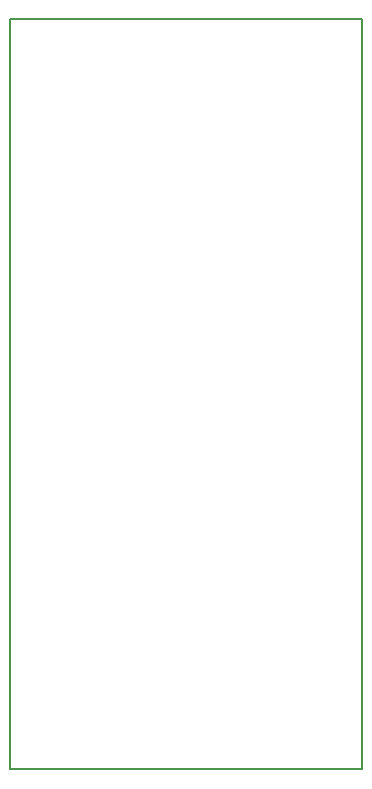
<source format=gbr>
G04 #@! TF.FileFunction,Profile,NP*
%FSLAX46Y46*%
G04 Gerber Fmt 4.6, Leading zero omitted, Abs format (unit mm)*
G04 Created by KiCad (PCBNEW 4.0.7) date Thursday, August 30, 2018 'PMt' 07:12:51 PM*
%MOMM*%
%LPD*%
G01*
G04 APERTURE LIST*
%ADD10C,0.100000*%
%ADD11C,0.150000*%
G04 APERTURE END LIST*
D10*
D11*
X133985000Y-54610000D02*
X163830000Y-54610000D01*
X133985000Y-118110000D02*
X133985000Y-101600000D01*
X163830000Y-118110000D02*
X133985000Y-118110000D01*
X163830000Y-118110000D02*
X163830000Y-100330000D01*
X133985000Y-101600000D02*
X133985000Y-54610000D01*
X163830000Y-101600000D02*
X163830000Y-54610000D01*
M02*

</source>
